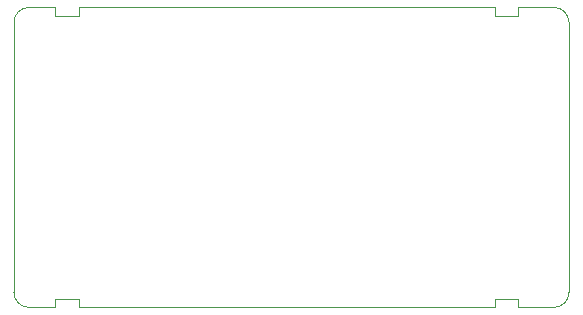
<source format=gko>
G04 Layer_Color=16711935*
%FSLAX24Y24*%
%MOIN*%
G70*
G01*
G75*
%ADD88C,0.0005*%
D88*
X18000Y-5000D02*
G03*
X18500Y-4500I0J500D01*
G01*
Y4500D02*
G03*
X18000Y5000I-500J0D01*
G01*
X500D02*
G03*
X0Y4500I0J-500D01*
G01*
Y-4500D02*
G03*
X500Y-5000I500J0D01*
G01*
X16024Y-5000D02*
Y-4724D01*
X16811D01*
Y-5000D02*
Y-4724D01*
Y-5000D02*
X18000D01*
X18500Y-4500D02*
Y4500D01*
X16811Y5000D02*
X18000D01*
X16811Y4724D02*
Y5000D01*
X16024Y4724D02*
X16811D01*
X16024D02*
Y5000D01*
X2165D02*
X16024D01*
X2165Y4724D02*
Y5000D01*
X1378Y4724D02*
X2165D01*
X1378D02*
Y5000D01*
X500D02*
X1378D01*
X0Y-4500D02*
Y4500D01*
X500Y-5000D02*
X1378D01*
Y-4724D01*
X2165D01*
Y-5000D02*
Y-4724D01*
Y-5000D02*
X16024Y-5000D01*
M02*

</source>
